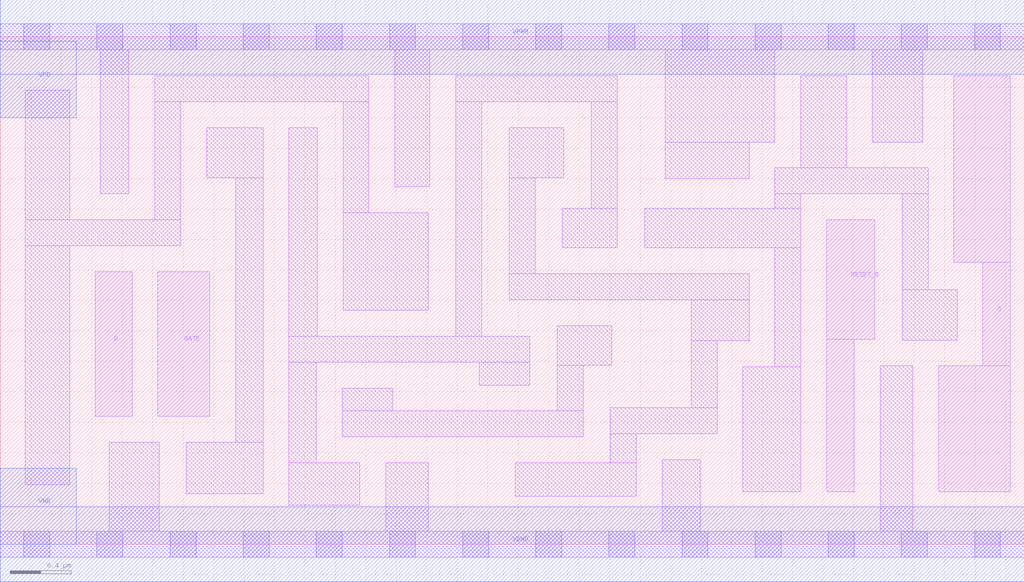
<source format=lef>
# Copyright 2020 The SkyWater PDK Authors
#
# Licensed under the Apache License, Version 2.0 (the "License");
# you may not use this file except in compliance with the License.
# You may obtain a copy of the License at
#
#     https://www.apache.org/licenses/LICENSE-2.0
#
# Unless required by applicable law or agreed to in writing, software
# distributed under the License is distributed on an "AS IS" BASIS,
# WITHOUT WARRANTIES OR CONDITIONS OF ANY KIND, either express or implied.
# See the License for the specific language governing permissions and
# limitations under the License.
#
# SPDX-License-Identifier: Apache-2.0

VERSION 5.5 ;
NAMESCASESENSITIVE ON ;
BUSBITCHARS "[]" ;
DIVIDERCHAR "/" ;
MACRO sky130_fd_sc_lp__dlrtp_1
  CLASS CORE ;
  SOURCE USER ;
  ORIGIN  0.000000  0.000000 ;
  SIZE  6.720000 BY  3.330000 ;
  SYMMETRY X Y R90 ;
  SITE unit ;
  PIN D
    ANTENNAGATEAREA  0.159000 ;
    DIRECTION INPUT ;
    USE SIGNAL ;
    PORT
      LAYER li1 ;
        RECT 0.625000 0.840000 0.865000 1.790000 ;
    END
  END D
  PIN Q
    ANTENNADIFFAREA  0.556500 ;
    DIRECTION OUTPUT ;
    USE SIGNAL ;
    PORT
      LAYER li1 ;
        RECT 6.160000 0.345000 6.630000 1.170000 ;
        RECT 6.260000 1.850000 6.630000 3.075000 ;
        RECT 6.450000 1.170000 6.630000 1.850000 ;
    END
  END Q
  PIN RESET_B
    ANTENNAGATEAREA  0.315000 ;
    DIRECTION INPUT ;
    USE SIGNAL ;
    PORT
      LAYER li1 ;
        RECT 5.425000 0.345000 5.605000 1.345000 ;
        RECT 5.425000 1.345000 5.740000 2.130000 ;
    END
  END RESET_B
  PIN GATE
    ANTENNAGATEAREA  0.159000 ;
    DIRECTION INPUT ;
    USE CLOCK ;
    PORT
      LAYER li1 ;
        RECT 1.035000 0.840000 1.375000 1.790000 ;
    END
  END GATE
  PIN VGND
    DIRECTION INOUT ;
    USE GROUND ;
    PORT
      LAYER met1 ;
        RECT 0.000000 -0.245000 6.720000 0.245000 ;
    END
  END VGND
  PIN VNB
    DIRECTION INOUT ;
    USE GROUND ;
    PORT
      LAYER met1 ;
        RECT 0.000000 0.000000 0.500000 0.500000 ;
    END
  END VNB
  PIN VPB
    DIRECTION INOUT ;
    USE POWER ;
    PORT
      LAYER met1 ;
        RECT 0.000000 2.800000 0.500000 3.300000 ;
    END
  END VPB
  PIN VPWR
    DIRECTION INOUT ;
    USE POWER ;
    PORT
      LAYER met1 ;
        RECT 0.000000 3.085000 6.720000 3.575000 ;
    END
  END VPWR
  OBS
    LAYER li1 ;
      RECT 0.000000 -0.085000 6.720000 0.085000 ;
      RECT 0.000000  3.245000 6.720000 3.415000 ;
      RECT 0.165000  0.390000 0.455000 1.960000 ;
      RECT 0.165000  1.960000 1.185000 2.130000 ;
      RECT 0.165000  2.130000 0.455000 2.980000 ;
      RECT 0.655000  2.300000 0.845000 3.245000 ;
      RECT 0.715000  0.085000 1.045000 0.670000 ;
      RECT 1.015000  2.130000 1.185000 2.905000 ;
      RECT 1.015000  2.905000 2.420000 3.075000 ;
      RECT 1.220000  0.330000 1.725000 0.670000 ;
      RECT 1.355000  2.405000 1.725000 2.735000 ;
      RECT 1.545000  0.670000 1.725000 2.405000 ;
      RECT 1.895000  0.255000 2.360000 0.535000 ;
      RECT 1.895000  0.535000 2.075000 1.195000 ;
      RECT 1.895000  1.195000 3.475000 1.365000 ;
      RECT 1.895000  1.365000 2.080000 2.735000 ;
      RECT 2.245000  0.705000 3.825000 0.875000 ;
      RECT 2.245000  0.875000 2.575000 1.025000 ;
      RECT 2.250000  1.535000 2.810000 2.175000 ;
      RECT 2.250000  2.175000 2.420000 2.905000 ;
      RECT 2.530000  0.085000 2.810000 0.535000 ;
      RECT 2.590000  2.345000 2.820000 3.245000 ;
      RECT 2.990000  1.365000 3.160000 2.905000 ;
      RECT 2.990000  2.905000 4.050000 3.075000 ;
      RECT 3.145000  1.045000 3.475000 1.195000 ;
      RECT 3.340000  1.605000 4.915000 1.775000 ;
      RECT 3.340000  1.775000 3.510000 2.405000 ;
      RECT 3.340000  2.405000 3.700000 2.735000 ;
      RECT 3.380000  0.315000 4.175000 0.535000 ;
      RECT 3.655000  0.875000 3.825000 1.175000 ;
      RECT 3.655000  1.175000 4.015000 1.435000 ;
      RECT 3.690000  1.945000 4.050000 2.205000 ;
      RECT 3.880000  2.205000 4.050000 2.905000 ;
      RECT 4.005000  0.535000 4.175000 0.725000 ;
      RECT 4.005000  0.725000 4.705000 0.895000 ;
      RECT 4.230000  1.945000 5.255000 2.205000 ;
      RECT 4.345000  0.085000 4.595000 0.555000 ;
      RECT 4.365000  2.400000 4.915000 2.640000 ;
      RECT 4.365000  2.640000 5.085000 3.245000 ;
      RECT 4.535000  0.895000 4.705000 1.335000 ;
      RECT 4.535000  1.335000 4.915000 1.605000 ;
      RECT 4.875000  0.345000 5.255000 1.165000 ;
      RECT 5.085000  1.165000 5.255000 1.945000 ;
      RECT 5.085000  2.205000 5.255000 2.300000 ;
      RECT 5.085000  2.300000 6.090000 2.470000 ;
      RECT 5.255000  2.470000 5.555000 3.075000 ;
      RECT 5.725000  2.640000 6.055000 3.245000 ;
      RECT 5.775000  0.085000 5.990000 1.170000 ;
      RECT 5.920000  1.340000 6.280000 1.670000 ;
      RECT 5.920000  1.670000 6.090000 2.300000 ;
    LAYER mcon ;
      RECT 0.155000 -0.085000 0.325000 0.085000 ;
      RECT 0.155000  3.245000 0.325000 3.415000 ;
      RECT 0.635000 -0.085000 0.805000 0.085000 ;
      RECT 0.635000  3.245000 0.805000 3.415000 ;
      RECT 1.115000 -0.085000 1.285000 0.085000 ;
      RECT 1.115000  3.245000 1.285000 3.415000 ;
      RECT 1.595000 -0.085000 1.765000 0.085000 ;
      RECT 1.595000  3.245000 1.765000 3.415000 ;
      RECT 2.075000 -0.085000 2.245000 0.085000 ;
      RECT 2.075000  3.245000 2.245000 3.415000 ;
      RECT 2.555000 -0.085000 2.725000 0.085000 ;
      RECT 2.555000  3.245000 2.725000 3.415000 ;
      RECT 3.035000 -0.085000 3.205000 0.085000 ;
      RECT 3.035000  3.245000 3.205000 3.415000 ;
      RECT 3.515000 -0.085000 3.685000 0.085000 ;
      RECT 3.515000  3.245000 3.685000 3.415000 ;
      RECT 3.995000 -0.085000 4.165000 0.085000 ;
      RECT 3.995000  3.245000 4.165000 3.415000 ;
      RECT 4.475000 -0.085000 4.645000 0.085000 ;
      RECT 4.475000  3.245000 4.645000 3.415000 ;
      RECT 4.955000 -0.085000 5.125000 0.085000 ;
      RECT 4.955000  3.245000 5.125000 3.415000 ;
      RECT 5.435000 -0.085000 5.605000 0.085000 ;
      RECT 5.435000  3.245000 5.605000 3.415000 ;
      RECT 5.915000 -0.085000 6.085000 0.085000 ;
      RECT 5.915000  3.245000 6.085000 3.415000 ;
      RECT 6.395000 -0.085000 6.565000 0.085000 ;
      RECT 6.395000  3.245000 6.565000 3.415000 ;
  END
END sky130_fd_sc_lp__dlrtp_1

</source>
